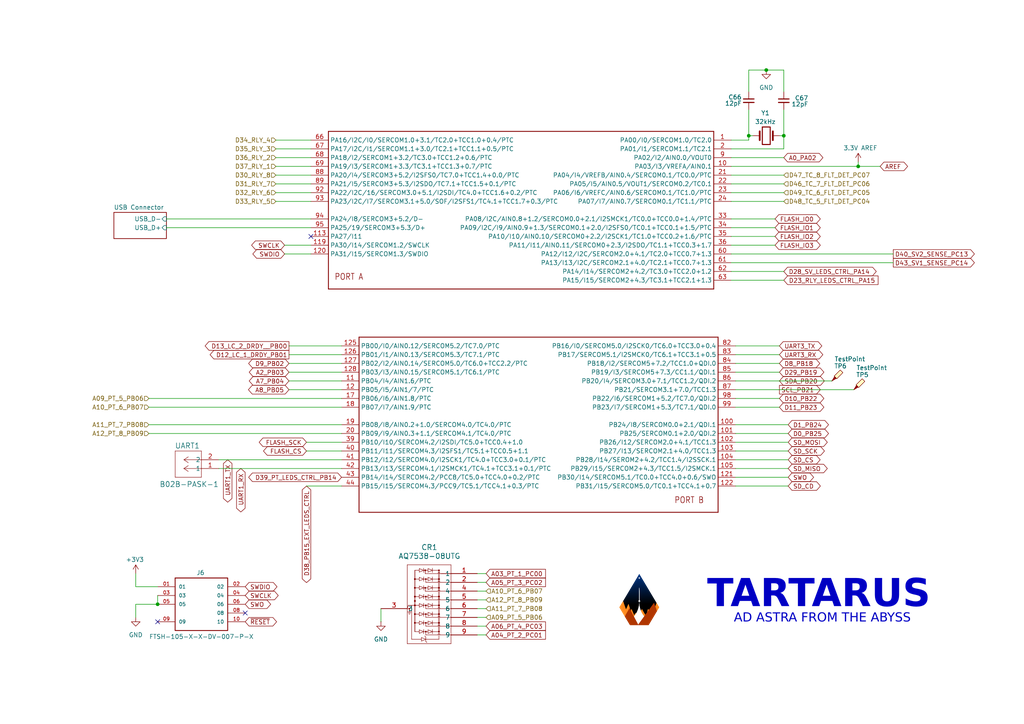
<source format=kicad_sch>
(kicad_sch (version 20250114) (generator "eeschema") (generator_version "9.0")
  (paper "A4")
  (lib_symbols
    (symbol "AQ7538_08UTG:AQ7538-08UTG" (pin_names (offset 0.254))
      (property "Reference" "CR" (at 12.7 17.78 0))
      (property "Value" "AQ7538-08UTG" (at 12.7 15.24 0))
      (symbol "AQ7538-08UTG_0_1"
        (pin unspecified line (at 0 0 0) (length 7.62) (name "3") (number "3"))
        (pin unspecified line (at 27.94 10.16 180) (length 7.62) (name "1") (number "1"))
        (pin unspecified line (at 27.94 7.62 180) (length 7.62) (name "2") (number "2"))
        (pin unspecified line (at 27.94 5.08 180) (length 7.62) (name "4") (number "4"))
        (pin unspecified line (at 27.94 2.54 180) (length 7.62) (name "5") (number "5"))
        (pin unspecified line (at 27.94 0 180) (length 7.62) (name "6") (number "6"))
        (pin unspecified line (at 27.94 -2.54 180) (length 7.62) (name "7") (number "7"))
        (pin unspecified line (at 27.94 -5.08 180) (length 7.62) (name "8") (number "8"))
        (pin unspecified line (at 27.94 -7.62 180) (length 7.62) (name "9") (number "9"))
      )
    )
    (symbol "Adafruit Grand Central M4 Express rev B-eagle-import:SAMD51PXXA"
      (symbol "SAMD51PXXA_1_0"
        (text "PORT A" (at 45.72 -20.32 0) (effects (font (size 1.778 1.5113)) (justify left bottom)))
        (pin bidirectional line (at -60.96 20.32 0) (length 5.08) (name "PA00/I0/SERCOM1.0/TC2.0") (number "1"))
        (pin bidirectional line (at -60.96 17.78 0) (length 5.08) (name "PA01/I1/SERCOM1.1/TC2.1") (number "2"))
        (pin bidirectional line (at -60.96 15.24 0) (length 5.08) (name "PA02/I2/AIN0.0/VOUT0") (number "9"))
        (pin bidirectional line (at -60.96 12.7 0) (length 5.08) (name "PA03/I3/VREFA/AIN0.1") (number "10"))
        (pin bidirectional line (at -60.96 10.16 0) (length 5.08) (name "PA04/I4/VREFB/AIN0.4/SERCOM0.1/TC0.0/PTC") (number "21"))
        (pin bidirectional line (at -60.96 7.62 0) (length 5.08) (name "PA05/I5/AIN0.5/VOUT1/SERCOM0.2/TC0.1") (number "22"))
        (pin bidirectional line (at -60.96 5.08 0) (length 5.08) (name "PA06/I6/VREFC/AIN0.6/SERCOM0.1/TC1.0/PTC") (number "23"))
        (pin bidirectional line (at -60.96 2.54 0) (length 5.08) (name "PA07/I7/AIN0.7/SERCOM0.1/TC1.1/PTC") (number "24"))
        (pin bidirectional line (at -60.96 -2.54 0) (length 5.08) (name "PA08/I2C/AIN0.8+1.2/SERCOM0.0+2.1/I2SMCK1/TC0.0+TCC0.0+1.4/PTC") (number "33"))
        (pin bidirectional line (at -60.96 -5.08 0) (length 5.08) (name "PA09/I2C/I9/AIN0.9+1.3/SERCOM0.1+2.0/I2SFS0/TC0.1+TCC0.1+1.5/PTC") (number "34"))
        (pin bidirectional line (at -60.96 -7.62 0) (length 5.08) (name "PA10/I10/AIN0.10/SERCOM0+2.2/I2SCK1/TC1.0+TCC0.2+1.6/PTC") (number "35"))
        (pin bidirectional line (at -60.96 -10.16 0) (length 5.08) (name "PA11/I11/AIN0.11/SERCOM0+2.3/I2SDO/TC1.1+TCC0.3+1.7") (number "36"))
        (pin bidirectional line (at -60.96 -12.7 0) (length 5.08) (name "PA12/I12/I2C/SERCOM2.0+4.1/TC2.0+TCC0.7+1.3") (number "60"))
        (pin bidirectional line (at -60.96 -15.24 0) (length 5.08) (name "PA13/I13/I2C/SERCOM2.1+4.0/TC2.1+TCC0.7+1.3") (number "61"))
        (pin bidirectional line (at -60.96 -17.78 0) (length 5.08) (name "PA14/I14/SERCOM2+4.2/TC3.0+TCC2.0+1.2") (number "62"))
        (pin bidirectional line (at -60.96 -20.32 0) (length 5.08) (name "PA15/I15/SERCOM2+4.3/TC3.1+TCC2.1+1.3") (number "63"))
        (pin bidirectional line (at 60.96 20.32 180) (length 5.08) (name "PA16/I2C/I0/SERCOM1.0+3.1/TC2.0+TCC1.0+0.4/PTC") (number "66"))
        (pin bidirectional line (at 60.96 17.78 180) (length 5.08) (name "PA17/I2C/I1/SERCOM1.1+3.0/TC2.1+TCC1.1+0.5/PTC") (number "67"))
        (pin bidirectional line (at 60.96 15.24 180) (length 5.08) (name "PA18/I2/SERCOM1+3.2/TC3.0+TCC1.2+0.6/PTC") (number "68"))
        (pin bidirectional line (at 60.96 12.7 180) (length 5.08) (name "PA19/I3/SERCOM1+3.3/TC3.1+TCC1.3+0.7/PTC") (number "69"))
        (pin bidirectional line (at 60.96 10.16 180) (length 5.08) (name "PA20/I4/SERCOM3+5.2/I2SFS0/TC7.0+TCC1.4+0.0/PTC") (number "88"))
        (pin bidirectional line (at 60.96 7.62 180) (length 5.08) (name "PA21/I5/SERCOM3+5.3/I2SDO/TC7.1+TCC1.5+0.1/PTC") (number "89"))
        (pin bidirectional line (at 60.96 5.08 180) (length 5.08) (name "PA22/I2C/16/SERCOM3.0+5.1/I2SDI/TC4.0+TCC1.6+0.2/PTC") (number "92"))
        (pin bidirectional line (at 60.96 2.54 180) (length 5.08) (name "PA23/I2C/I7/SERCOM3.1+5.0/SOF/I2SFS1/TC4.1+TCC1.7+0.3/PTC") (number "93"))
        (pin bidirectional line (at 60.96 -2.54 180) (length 5.08) (name "PA24/I8/SERCOM3+5.2/D-") (number "94"))
        (pin bidirectional line (at 60.96 -5.08 180) (length 5.08) (name "PA25/19/SERCOM3+5.3/D+") (number "95"))
        (pin bidirectional line (at 60.96 -7.62 180) (length 5.08) (name "PA27/I11") (number "113"))
        (pin bidirectional line (at 60.96 -10.16 180) (length 5.08) (name "PA30/I14/SERCOM1.2/SWCLK") (number "119"))
        (pin bidirectional line (at 60.96 -12.7 180) (length 5.08) (name "PA31/I15/SERCOM1.3/SWDIO") (number "120"))
      )
      (symbol "SAMD51PXXA_2_0"
        (text "PORT B" (at 38.1 -25.4 0) (effects (font (size 1.778 1.5113)) (justify left bottom)))
        (pin bidirectional line (at -58.42 20.32 0) (length 5.08) (name "PB00/I0/AIN0.12/SERCOM5.2/TC7.0/PTC") (number "125"))
        (pin bidirectional line (at -58.42 17.78 0) (length 5.08) (name "PB01/I1/AIN0.13/SERCOM5.3/TC7.1/PTC") (number "126"))
        (pin bidirectional line (at -58.42 15.24 0) (length 5.08) (name "PB02/I2/AIN0.14/SERCOM5.0/TC6.0+TCC2.2/PTC") (number "127"))
        (pin bidirectional line (at -58.42 12.7 0) (length 5.08) (name "PB03/I3/AIN0.15/SERCOM5.1/TC6.1/PTC") (number "128"))
        (pin bidirectional line (at -58.42 10.16 0) (length 5.08) (name "PB04/I4/AIN1.6/PTC") (number "11"))
        (pin bidirectional line (at -58.42 7.62 0) (length 5.08) (name "PB05/I5/AIN1/7/PTC") (number "12"))
        (pin bidirectional line (at -58.42 5.08 0) (length 5.08) (name "PB06/I6/AIN1.8/PTC") (number "17"))
        (pin bidirectional line (at -58.42 2.54 0) (length 5.08) (name "PB07/I7/AIN1.9/PTC") (number "18"))
        (pin bidirectional line (at -58.42 -2.54 0) (length 5.08) (name "PB08/I8/AIN0.2+1.0/SERCOM4.0/TC4.0/PTC") (number "19"))
        (pin bidirectional line (at -58.42 -5.08 0) (length 5.08) (name "PB09/I9/AIN0.3+1.1/SERCOM4.1/TC4.0/PTC") (number "20"))
        (pin bidirectional line (at -58.42 -7.62 0) (length 5.08) (name "PB10/I10/SERCOM4.2/I2SDI/TC5.0+TCC0.4+1.0") (number "39"))
        (pin bidirectional line (at -58.42 -10.16 0) (length 5.08) (name "PB11/I11/SERCOM4.3/I2SFS1/TC5.1+TCC0.5+1.1") (number "40"))
        (pin bidirectional line (at -58.42 -12.7 0) (length 5.08) (name "PB12/I12/SERCOM4.0/I2SCK1/TC4.0+TCC3.0+0.1/PTC") (number "41"))
        (pin bidirectional line (at -58.42 -15.24 0) (length 5.08) (name "PB13/I13/SERCOM4.1/I2SMCK1/TC4.1+TCC3.1+0.1/PTC") (number "42"))
        (pin bidirectional line (at -58.42 -17.78 0) (length 5.08) (name "PB14/I14/SERCOM4.2/PCC8/TC5.0+TCC4.0+0.2/PTC") (number "43"))
        (pin bidirectional line (at -58.42 -20.32 0) (length 5.08) (name "PB15/I15/SERCOM4.3/PCC9/TC5.1/TCC4.1+0.3/PTC") (number "44"))
        (pin bidirectional line (at 55.88 20.32 180) (length 5.08) (name "PB16/I0/SERCOM5.0/I2SCK0/TC6.0+TCC3.0+0.4") (number "82"))
        (pin bidirectional line (at 55.88 17.78 180) (length 5.08) (name "PB17/SERCOM5.1/I2SMCK0/TC6.1+TCC3.1+0.5") (number "83"))
        (pin bidirectional line (at 55.88 15.24 180) (length 5.08) (name "PB18/I2/SERCOM5+7.2/TCC1.0+QDI.0") (number "84"))
        (pin bidirectional line (at 55.88 12.7 180) (length 5.08) (name "PB19/I3/SERCOM5+7.3/CC1.1/QDI.1") (number "85"))
        (pin bidirectional line (at 55.88 10.16 180) (length 5.08) (name "PB20/I4/SERCOM3.0+7.1/TCC1.2/QDI.2") (number "86"))
        (pin bidirectional line (at 55.88 7.62 180) (length 5.08) (name "PB21/SERCOM3.1+7.0/TCC1.3") (number "87"))
        (pin bidirectional line (at 55.88 5.08 180) (length 5.08) (name "PB22/I6/SERCOM1+5.2/TC7.0/QDI.2") (number "98"))
        (pin bidirectional line (at 55.88 2.54 180) (length 5.08) (name "PB23/I7/SERCOM1+5.3/TC7.1/QDI.0") (number "99"))
        (pin bidirectional line (at 55.88 -2.54 180) (length 5.08) (name "PB24/I8/SERCOM0.0+2.1/QDI.1") (number "100"))
        (pin bidirectional line (at 55.88 -5.08 180) (length 5.08) (name "PB25/SERCOM0.1+2.0/QDI.2") (number "101"))
        (pin bidirectional line (at 55.88 -7.62 180) (length 5.08) (name "PB26/I12/SERCOM2.0+4.1/TCC1.3") (number "102"))
        (pin bidirectional line (at 55.88 -10.16 180) (length 5.08) (name "PB27/I13/SERCOM2.1+4.0/TCC1.3") (number "103"))
        (pin bidirectional line (at 55.88 -12.7 180) (length 5.08) (name "PB28/I14/SEROM2+4.2/TCC1.4/I2SSCK.1") (number "104"))
        (pin bidirectional line (at 55.88 -15.24 180) (length 5.08) (name "PB29/I15/SERCOM2+4.3/TCC1.5/I2SMCK.1") (number "105"))
        (pin bidirectional line (at 55.88 -17.78 180) (length 5.08) (name "PB30/I14/SERCOM5.1/TC0.0+TCC4.0+0.6/SWO") (number "121"))
        (pin bidirectional line (at 55.88 -20.32 180) (length 5.08) (name "PB31/I15/SERCOM5.0/TC0.1+TCC4.1+0.7") (number "122"))
      )
      (symbol "SAMD51PXXA_3_0"
        (text "PORT C" (at 33.02 -27.94 0) (effects (font (size 1.778 1.5113)) (justify left bottom)))
        (pin bidirectional line (at -55.88 15.24 0) (length 5.08) (name "PC00/I1/ADC1.10") (number "3"))
        (pin bidirectional line (at -55.88 12.7 0) (length 5.08) (name "PC01/I1/ADC1.11") (number "4"))
        (pin bidirectional line (at -55.88 10.16 0) (length 5.08) (name "PC02/I2/ADC1.4") (number "7"))
        (pin bidirectional line (at -55.88 7.62 0) (length 5.08) (name "PC03/I3/ADC1.5") (number "8"))
        (pin bidirectional line (at -55.88 5.08 0) (length 5.08) (name "PC04/I4/SERCOM6.0/TCC0.0") (number "27"))
        (pin bidirectional line (at -55.88 2.54 0) (length 5.08) (name "PC05/I5/SERCOM6.0/TCC0.0") (number "28"))
        (pin bidirectional line (at -55.88 0 0) (length 5.08) (name "PC06/I6/SERCOM6.2/SDHC0.SDCD") (number "29"))
        (pin bidirectional line (at -55.88 -2.54 0) (length 5.08) (name "PC07/I9/SERCOM6.3/SDHC0.SDWP") (number "30"))
        (pin bidirectional line (at -55.88 -10.16 0) (length 5.08) (name "PC10/I10/SERCOM6.2+7.2/TCC0.0+1.4") (number "52"))
        (pin bidirectional line (at -55.88 -12.7 0) (length 5.08) (name "PC11/I11/SERCOM6+7.3/TCC0.1+1.5") (number "55"))
        (pin bidirectional line (at -55.88 -15.24 0) (length 5.08) (name "PC12/I12/SERCOM7.0+6.1/TCC0.2+1.6") (number "56"))
        (pin bidirectional line (at -55.88 -17.78 0) (length 5.08) (name "PC13/I13/SERCOM7.1+6.0/TCC0.3+1.7") (number "57"))
        (pin bidirectional line (at -55.88 -20.32 0) (length 5.08) (name "PC14/I14/SERCOM7+6.2/TCC0.4+1.0") (number "58"))
        (pin bidirectional line (at -55.88 -22.86 0) (length 5.08) (name "PC15/I15/SERCOM7+6.3/TCC0.5+1.1") (number "59"))
        (pin bidirectional line (at 50.8 15.24 180) (length 5.08) (name "PC16/I0/SERCOM6.0+0.1/TCC0/QDI.0") (number "70"))
        (pin bidirectional line (at 50.8 12.7 180) (length 5.08) (name "PC17/I1/SERCOM6.1+0.0/TCC0.1/QDI.1") (number "71"))
        (pin bidirectional line (at 50.8 10.16 180) (length 5.08) (name "PC18/I2/SERCOM6.2+0.2/TCC0.2/QDI.2") (number "72"))
        (pin bidirectional line (at 50.8 7.62 180) (length 5.08) (name "PC19/I3/SERCOM6+0.3/TCC0.3") (number "73"))
        (pin bidirectional line (at 50.8 5.08 180) (length 5.08) (name "PC20/I4/TCC0.4/SDHC1.SDCD") (number "74"))
        (pin bidirectional line (at 50.8 2.54 180) (length 5.08) (name "PC21/I5/TCC0.5/SDHC1.SDWP") (number "75"))
        (pin bidirectional line (at 50.8 0 180) (length 5.08) (name "PC22/I6/SERCOM1.0+3.1/TCC0.6") (number "76"))
        (pin bidirectional line (at 50.8 -2.54 180) (length 5.08) (name "PC23/I7/SERCOM1.1+3.0/TCC0.7") (number "77"))
        (pin bidirectional line (at 50.8 -7.62 180) (length 5.08) (name "PC24/I8/SERCOM0+2.2/TRACEDATA.3") (number "108"))
        (pin bidirectional line (at 50.8 -10.16 180) (length 5.08) (name "PC25/I9/SERCOM0+2.3/TRACEDATA.2") (number "109"))
        (pin bidirectional line (at 50.8 -12.7 180) (length 5.08) (name "PC26/I10/TRACEDATA.1") (number "110"))
        (pin bidirectional line (at 50.8 -15.24 180) (length 5.08) (name "PC27/I11/SERCOM1.0/TRACECLK") (number "111"))
        (pin bidirectional line (at 50.8 -17.78 180) (length 5.08) (name "PC28/I12/SERCOM1.1/TRACEDATA.0") (number "112"))
        (pin bidirectional line (at 50.8 -20.32 180) (length 5.08) (name "PC30/I14/AIN1.12") (number "123"))
        (pin bidirectional line (at 50.8 -22.86 180) (length 5.08) (name "PC31/I15/AIN1.13") (number "124"))
      )
      (symbol "SAMD51PXXA_4_0"
        (text "PORT D" (at 35.56 -7.62 0) (effects (font (size 1.778 1.5113)) (justify left bottom)))
        (pin bidirectional line (at -53.34 12.7 0) (length 5.08) (name "PD00/I0/AIN1.14") (number "13"))
        (pin bidirectional line (at -53.34 10.16 0) (length 5.08) (name "PD01/I1/AIN1.14") (number "16"))
        (pin bidirectional line (at -53.34 5.08 0) (length 5.08) (name "PD08/I3/SERCOM7.0+6.1/TCC0.1") (number "47"))
        (pin bidirectional line (at -53.34 2.54 0) (length 5.08) (name "PD09/I4/SERCOM7.1+6.0/TCC0.2") (number "48"))
        (pin bidirectional line (at -53.34 0 0) (length 5.08) (name "PD10/I5/SERCOM7+6.2/TCC0.3") (number "49"))
        (pin bidirectional line (at -53.34 -2.54 0) (length 5.08) (name "PD11/I6/SERCOM7+6.3/TCC0.4") (number "50"))
        (pin bidirectional line (at -53.34 -5.08 0) (length 5.08) (name "PD12/I7/TCC0.5") (number "51"))
        (pin bidirectional line (at 53.34 12.7 180) (length 5.08) (name "PD20/I10/SERCOM1+3.2/TCC1.0/SDHC1.SDCD") (number "80"))
        (pin bidirectional line (at 53.34 10.16 180) (length 5.08) (name "PD21/I11/SERCOM1+3.3/TCC1.1/SDHC1.SDWP") (number "81"))
      )
      (symbol "SAMD51PXXA_5_0"
        (text "POWER" (at 2.54 -33.02 0) (effects (font (size 1.778 1.5113)) (justify left bottom)))
        (pin bidirectional line (at -20.32 22.86 0) (length 5.08) (name "~{RESET}") (number "114"))
        (pin bidirectional line (at -20.32 17.78 0) (length 5.08) (name "VDDANA") (number "6"))
        (pin bidirectional line (at -20.32 15.24 0) (length 5.08) (name "VDDANA1") (number "15"))
        (pin bidirectional line (at -20.32 12.7 0) (length 5.08) (name "VDDANA2") (number "26"))
        (pin bidirectional line (at -20.32 5.08 0) (length 5.08) (name "VDDCORE") (number "115"))
        (pin bidirectional line (at -20.32 -2.54 0) (length 5.08) (name "VSW") (number "117"))
        (pin bidirectional line (at -20.32 -7.62 0) (length 5.08) (name "VDDIOB") (number "32"))
        (pin bidirectional line (at -20.32 -10.16 0) (length 5.08) (name "VDDIOB1") (number "37"))
        (pin bidirectional line (at -20.32 -15.24 0) (length 5.08) (name "VDDIO") (number "46"))
        (pin bidirectional line (at -20.32 -17.78 0) (length 5.08) (name "VDDIO1") (number "54"))
        (pin bidirectional line (at -20.32 -20.32 0) (length 5.08) (name "VDDIO2") (number "65"))
        (pin bidirectional line (at -20.32 -22.86 0) (length 5.08) (name "VDDIO3") (number "79"))
        (pin bidirectional line (at -20.32 -25.4 0) (length 5.08) (name "VDDIO4") (number "91"))
        (pin bidirectional line (at -20.32 -27.94 0) (length 5.08) (name "VDDIO5") (number "97"))
        (pin bidirectional line (at -20.32 -30.48 0) (length 5.08) (name "VDDIO6") (number "107"))
        (pin bidirectional line (at -20.32 -33.02 0) (length 5.08) (name "VDDIO7") (number "118"))
        (pin bidirectional line (at 20.32 22.86 180) (length 5.08) (name "GNDIO") (number "116"))
        (pin bidirectional line (at 20.32 17.78 180) (length 5.08) (name "GNDANA") (number "14"))
        (pin bidirectional line (at 20.32 15.24 180) (length 5.08) (name "GNDANA1") (number "25"))
        (pin bidirectional line (at 20.32 7.62 180) (length 5.08) (name "GND") (number "5"))
        (pin bidirectional line (at 20.32 5.08 180) (length 5.08) (name "GND1") (number "31"))
        (pin bidirectional line (at 20.32 2.54 180) (length 5.08) (name "GND2") (number "38"))
        (pin bidirectional line (at 20.32 0 180) (length 5.08) (name "GND3") (number "45"))
        (pin bidirectional line (at 20.32 -2.54 180) (length 5.08) (name "GND4") (number "53"))
        (pin bidirectional line (at 20.32 -5.08 180) (length 5.08) (name "GND5") (number "64"))
        (pin bidirectional line (at 20.32 -7.62 180) (length 5.08) (name "GND6") (number "78"))
        (pin bidirectional line (at 20.32 -10.16 180) (length 5.08) (name "GND7") (number "90"))
        (pin bidirectional line (at 20.32 -12.7 180) (length 5.08) (name "GND8") (number "96"))
        (pin bidirectional line (at 20.32 -15.24 180) (length 5.08) (name "GND9") (number "106"))
      )
    )
    (symbol "Connector:TestPoint_Probe" (pin_numbers (hide yes)) (pin_names (offset 0.762) (hide yes))
      (property "Reference" "TP" (at 1.651 5.842 0))
      (property "Value" "TestPoint_Probe" (at 1.651 4.064 0))
      (symbol "TestPoint_Probe_1_1"
        (pin passive line (at 0 0 90) (length 0) (name "1") (number "1"))
      )
    )
    (symbol "Cosmos Schematic Symbols_V2:B02B-PASK-1" (pin_names (offset 0.254))
      (property "Reference" "J" (at 8.636 3.556 0))
      (property "Value" "B02B-PASK-1" (at 9.144 -6.604 0))
      (symbol "B02B-PASK-1_1_1"
        (pin unspecified line (at 0 0 0) (length 5.08) (name "1") (number "1"))
        (pin unspecified line (at 0 -2.54 0) (length 5.08) (name "2") (number "2"))
      )
      (symbol "B02B-PASK-1_1_2"
        (pin unspecified line (at 0 0 0) (length 5.08) (name "1") (number "1"))
        (pin unspecified line (at 0 -2.54 0) (length 5.08) (name "2") (number "2"))
      )
    )
    (symbol "Device:C_Small" (pin_numbers (hide yes)) (pin_names (offset 0.254) (hide yes))
      (property "Reference" "C" (at 0.254 1.778 0))
      (property "Value" "C_Small" (at 0.254 -2.032 0))
      (symbol "C_Small_1_1"
        (pin passive line (at 0 2.54 270) (length 2.032) (name "~") (number "1"))
        (pin passive line (at 0 -2.54 90) (length 2.032) (name "~") (number "2"))
      )
    )
    (symbol "Device:Crystal" (pin_numbers (hide yes)) (pin_names (offset 1.016) (hide yes))
      (property "Reference" "Y" (at 0 3.81 0))
      (property "Value" "Crystal" (at 0 -3.81 0))
      (symbol "Crystal_1_1"
        (pin passive line (at -3.81 0 0) (length 1.27) (name "1") (number "1"))
        (pin passive line (at 3.81 0 180) (length 1.27) (name "2") (number "2"))
      )
    )
    (symbol "FTSH-105-X-X-DV-007-P-X:FTSH-105-X-X-DV-007-P-X" (pin_names (offset 1.016))
      (property "Reference" "J" (at -7.62 8.382 0))
      (property "Value" "FTSH-105-X-X-DV-007-P-X" (at -7.62 -10.16 0))
      (symbol "FTSH-105-X-X-DV-007-P-X_0_0"
        (pin passive line (at -12.7 5.08 0) (length 5.08) (name "01") (number "01"))
        (pin passive line (at -12.7 2.54 0) (length 5.08) (name "03") (number "03"))
        (pin passive line (at -12.7 0 0) (length 5.08) (name "05") (number "05"))
        (pin passive line (at -12.7 -5.08 0) (length 5.08) (name "09") (number "09"))
        (pin passive line (at 12.7 5.08 180) (length 5.08) (name "02") (number "02"))
        (pin passive line (at 12.7 2.54 180) (length 5.08) (name "04") (number "04"))
        (pin passive line (at 12.7 0 180) (length 5.08) (name "06") (number "06"))
        (pin passive line (at 12.7 -2.54 180) (length 5.08) (name "08") (number "08"))
        (pin passive line (at 12.7 -5.08 180) (length 5.08) (name "10") (number "10"))
      )
    )
    (symbol "power:+3.3V" (power) (pin_numbers (hide yes)) (pin_names (offset 0) (hide yes))
      (property "Value" "+3.3V" (at 0 3.556 0))
      (symbol "+3.3V_1_1"
        (pin power_in line (at 0 0 90) (length 0) (name "~") (number "1"))
      )
    )
    (symbol "power:+3V3" (power) (pin_numbers (hide yes)) (pin_names (offset 0) (hide yes))
      (property "Value" "+3V3" (at 0 3.556 0))
      (symbol "+3V3_1_1"
        (pin power_in line (at 0 0 90) (length 0) (name "~") (number "1"))
      )
    )
    (symbol "power:GND" (power) (pin_numbers (hide yes)) (pin_names (offset 0) (hide yes))
      (property "Value" "GND" (at 0 -3.81 0))
      (symbol "GND_1_1"
        (pin power_in line (at 0 0 270) (length 0) (name "~") (number "1"))
      )
    )
  )
  (text "TARTARUS" (at 237.49 174.752 0) (effects (font (size 8 8) (thickness 1.6) (bold yes))))
  (text "I2C sercom3\nI2C_1 sercom6\nSPI sercom7 DOPO=0x00\nUART1 sercom4\nUART2 sercom1\nUART3 sercom5\nRX/RX sercom0\nSD card sercom2" (at -29.464 103.378 0) (effects (font (size 1.778 1.5113)) (justify left bottom)))
  (text "AD ASTRA FROM THE ABYSS" (at 238.506 180.086 0) (effects (font (size 2.6 2.6))))
  (junction (at 227.33 39.37))
  (junction (at 45.72 175.26))
  (junction (at 222.25 20.32))
  (junction (at 217.17 39.37))
  (junction (at 248.92 48.26))
  (no_connect (at 90.17 68.58))
  (no_connect (at 45.72 180.34))
  (no_connect (at 71.12 177.8))
  (wire (pts (xy 227.33 39.37) (xy 226.06 39.37)))
  (wire (pts (xy 99.06 130.81) (xy 88.9 130.81)) (stroke (width 0.1524)))
  (wire (pts (xy 227.33 58.42) (xy 212.09 58.42)) (stroke (width 0.1524)))
  (wire (pts (xy 212.09 63.5) (xy 224.79 63.5)) (stroke (width 0.1524)))
  (wire (pts (xy 63.5 135.89) (xy 69.85 135.89)))
  (wire (pts (xy 212.09 81.28) (xy 227.33 81.28)) (stroke (width 0.1524)))
  (wire (pts (xy 212.09 68.58) (xy 224.79 68.58)) (stroke (width 0.1524)))
  (wire (pts (xy 212.09 43.18) (xy 227.33 43.18)) (stroke (width 0.1524)))
  (wire (pts (xy 212.09 71.12) (xy 224.79 71.12)) (stroke (width 0.1524)))
  (wire (pts (xy 90.17 53.34) (xy 80.01 53.34)) (stroke (width 0.1524)))
  (wire (pts (xy 63.5 133.35) (xy 66.04 133.35)))
  (wire (pts (xy 90.17 40.64) (xy 80.01 40.64)) (stroke (width 0.1524)))
  (wire (pts (xy 213.36 110.49) (xy 226.06 110.49)) (stroke (width 0.1524)))
  (wire (pts (xy 45.72 172.72) (xy 45.72 175.26)))
  (wire (pts (xy 140.97 166.37) (xy 138.43 166.37)))
  (wire (pts (xy 39.37 175.26) (xy 39.37 179.07)))
  (wire (pts (xy 226.06 113.03) (xy 247.65 113.03)))
  (wire (pts (xy 227.33 39.37) (xy 227.33 43.18)) (stroke (width 0.1524)))
  (wire (pts (xy 83.82 107.95) (xy 99.06 107.95)) (stroke (width 0.1524)))
  (wire (pts (xy 213.36 125.73) (xy 228.6 125.73)) (stroke (width 0.1524)))
  (wire (pts (xy 43.18 118.11) (xy 99.06 118.11)) (stroke (width 0.1524)))
  (wire (pts (xy 99.06 133.35) (xy 66.04 133.35)) (stroke (width 0.1524)))
  (wire (pts (xy 212.09 55.88) (xy 227.33 55.88)) (stroke (width 0.1524)))
  (wire (pts (xy 212.09 73.66) (xy 259.08 73.66)) (stroke (width 0.1524)))
  (wire (pts (xy 110.49 176.53) (xy 110.49 180.34)))
  (wire (pts (xy 212.09 45.72) (xy 227.33 45.72)) (stroke (width 0.1524)))
  (wire (pts (xy 90.17 43.18) (xy 80.01 43.18)) (stroke (width 0.1524)))
  (wire (pts (xy 140.97 168.91) (xy 138.43 168.91)))
  (wire (pts (xy 48.26 66.04) (xy 90.17 66.04)) (stroke (width 0.1524)))
  (wire (pts (xy 212.09 78.74) (xy 227.33 78.74)) (stroke (width 0.1524)))
  (wire (pts (xy 90.17 48.26) (xy 80.01 48.26)) (stroke (width 0.1524)))
  (wire (pts (xy 218.44 39.37) (xy 217.17 39.37)))
  (wire (pts (xy 213.36 138.43) (xy 228.6 138.43)) (stroke (width 0.1524)))
  (wire (pts (xy 90.17 55.88) (xy 80.01 55.88)) (stroke (width 0.1524)))
  (wire (pts (xy 99.06 128.27) (xy 88.9 128.27)) (stroke (width 0.1524)))
  (wire (pts (xy 43.18 125.73) (xy 99.06 125.73)) (stroke (width 0.1524)))
  (wire (pts (xy 227.33 20.32) (xy 227.33 26.67)))
  (wire (pts (xy 212.09 50.8) (xy 227.33 50.8)) (stroke (width 0.1524)))
  (wire (pts (xy 99.06 135.89) (xy 69.85 135.89)) (stroke (width 0.1524)))
  (wire (pts (xy 213.36 123.19) (xy 228.6 123.19)) (stroke (width 0.1524)))
  (wire (pts (xy 213.36 133.35) (xy 228.6 133.35)) (stroke (width 0.1524)))
  (wire (pts (xy 43.18 115.57) (xy 99.06 115.57)) (stroke (width 0.1524)))
  (wire (pts (xy 83.82 110.49) (xy 99.06 110.49)) (stroke (width 0.1524)))
  (wire (pts (xy 39.37 166.37) (xy 39.37 170.18)))
  (wire (pts (xy 217.17 39.37) (xy 217.17 40.64)) (stroke (width 0.1524)))
  (wire (pts (xy 213.36 100.33) (xy 226.06 100.33)) (stroke (width 0.1524)))
  (wire (pts (xy 248.92 46.99) (xy 248.92 48.26)))
  (wire (pts (xy 227.33 20.32) (xy 222.25 20.32)))
  (wire (pts (xy 90.17 73.66) (xy 82.55 73.66)) (stroke (width 0.1524)))
  (wire (pts (xy 212.09 66.04) (xy 224.79 66.04)) (stroke (width 0.1524)))
  (wire (pts (xy 213.36 128.27) (xy 228.6 128.27)) (stroke (width 0.1524)))
  (wire (pts (xy 45.72 175.26) (xy 39.37 175.26)))
  (wire (pts (xy 212.09 40.64) (xy 217.17 40.64)) (stroke (width 0.1524)))
  (wire (pts (xy 212.09 53.34) (xy 227.33 53.34)) (stroke (width 0.1524)))
  (wire (pts (xy 48.26 63.5) (xy 90.17 63.5)) (stroke (width 0.1524)))
  (wire (pts (xy 39.37 170.18) (xy 45.72 170.18)))
  (wire (pts (xy 83.82 113.03) (xy 99.06 113.03)) (stroke (width 0.1524)))
  (wire (pts (xy 213.36 118.11) (xy 226.06 118.11)) (stroke (width 0.1524)))
  (wire (pts (xy 213.36 105.41) (xy 226.06 105.41)) (stroke (width 0.1524)))
  (wire (pts (xy 222.25 20.32) (xy 217.17 20.32)))
  (wire (pts (xy 140.97 176.53) (xy 138.43 176.53)))
  (wire (pts (xy 213.36 130.81) (xy 228.6 130.81)) (stroke (width 0.1524)))
  (wire (pts (xy 213.36 115.57) (xy 226.06 115.57)) (stroke (width 0.1524)))
  (wire (pts (xy 90.17 71.12) (xy 82.55 71.12)) (stroke (width 0.1524)))
  (wire (pts (xy 213.36 135.89) (xy 228.6 135.89)) (stroke (width 0.1524)))
  (wire (pts (xy 227.33 31.75) (xy 227.33 39.37)) (stroke (width 0.1524)))
  (wire (pts (xy 140.97 184.15) (xy 138.43 184.15)))
  (wire (pts (xy 213.36 113.03) (xy 226.06 113.03)) (stroke (width 0.1524)))
  (wire (pts (xy 90.17 50.8) (xy 80.01 50.8)) (stroke (width 0.1524)))
  (wire (pts (xy 83.82 100.33) (xy 99.06 100.33)))
  (wire (pts (xy 213.36 102.87) (xy 226.06 102.87)) (stroke (width 0.1524)))
  (wire (pts (xy 217.17 31.75) (xy 217.17 39.37)) (stroke (width 0.1524)))
  (wire (pts (xy 212.09 76.2) (xy 259.08 76.2)) (stroke (width 0.1524)))
  (wire (pts (xy 248.92 48.26) (xy 255.27 48.26)) (stroke (width 0.1524)))
  (wire (pts (xy 140.97 171.45) (xy 138.43 171.45)))
  (wire (pts (xy 213.36 140.97) (xy 228.6 140.97)) (stroke (width 0.1524)))
  (wire (pts (xy 140.97 181.61) (xy 138.43 181.61)))
  (wire (pts (xy 226.06 110.49) (xy 241.3 110.49)))
  (wire (pts (xy 99.06 105.41) (xy 83.82 105.41)) (stroke (width 0.1524)))
  (wire (pts (xy 217.17 20.32) (xy 217.17 26.67)))
  (wire (pts (xy 90.17 45.72) (xy 80.01 45.72)) (stroke (width 0.1524)))
  (wire (pts (xy 99.06 140.97) (xy 88.9 140.97)) (stroke (width 0.1524)))
  (wire (pts (xy 140.97 173.99) (xy 138.43 173.99)))
  (wire (pts (xy 213.36 107.95) (xy 226.06 107.95)) (stroke (width 0.1524)))
  (wire (pts (xy 90.17 58.42) (xy 80.01 58.42)) (stroke (width 0.1524)))
  (wire (pts (xy 140.97 179.07) (xy 138.43 179.07)))
  (wire (pts (xy 43.18 123.19) (xy 99.06 123.19)) (stroke (width 0.1524)))
  (wire (pts (xy 83.82 102.87) (xy 99.06 102.87)) (stroke (width 0.1524)))
  (wire (pts (xy 212.09 48.26) (xy 248.92 48.26)) (stroke (width 0.1524)))
  (image (at 185.42 175.26) (scale 0.0421478))
  (global_label "A2_PB03" (shape bidirectional) (at 83.82 107.95 180) (effects (font (size 1.2446 1.2446))) (property "Intersheetrefs" "${INTERSHEET_REFS}" (effects (hide yes))))
  (global_label "SD_SCK" (shape bidirectional) (at 228.6 130.81 0) (effects (font (size 1.2446 1.2446))) (property "Intersheetrefs" "${INTERSHEET_REFS}" (effects (hide yes))))
  (global_label "SD_CD" (shape bidirectional) (at 228.6 140.97 0) (effects (font (size 1.2446 1.2446))) (property "Intersheetrefs" "${INTERSHEET_REFS}" (effects (hide yes))))
  (global_label "UART3_RX" (shape bidirectional) (at 226.06 102.87 0) (effects (font (size 1.2446 1.2446))) (property "Intersheetrefs" "${INTERSHEET_REFS}" (effects (hide yes))))
  (global_label "SCL_PB21" (shape output) (at 226.06 113.03 0) (property "Intersheetrefs" "${INTERSHEET_REFS}" (effects (hide yes))))
  (global_label "A04_PT_2_PC01" (shape input) (at 140.97 184.15 0) (property "Intersheetrefs" "${INTERSHEET_REFS}" (effects (hide yes))))
  (global_label "~{RESET}" (shape bidirectional) (at 71.12 180.34 0) (effects (font (size 1.2446 1.2446))) (property "Intersheetrefs" "${INTERSHEET_REFS}" (effects (hide yes))))
  (global_label "SDA_PB20" (shape bidirectional) (at 226.06 110.49 0) (property "Intersheetrefs" "${INTERSHEET_REFS}" (effects (hide yes))))
  (global_label "D43_SV1_SENSE_PC14" (shape output) (at 259.08 76.2 0) (property "Intersheetrefs" "${INTERSHEET_REFS}" (effects (hide yes))))
  (global_label "D13_LC_2_DRDY__PB00" (shape output) (at 83.82 100.33 180) (property "Intersheetrefs" "${INTERSHEET_REFS}" (effects (hide yes))))
  (global_label "SD_MISO" (shape bidirectional) (at 228.6 135.89 0) (effects (font (size 1.2446 1.2446))) (property "Intersheetrefs" "${INTERSHEET_REFS}" (effects (hide yes))))
  (global_label "FLASH_CS" (shape bidirectional) (at 88.9 130.81 180) (effects (font (size 1.2446 1.2446))) (property "Intersheetrefs" "${INTERSHEET_REFS}" (effects (hide yes))))
  (global_label "UART1_TX" (shape bidirectional) (at 66.04 133.35 270) (effects (font (size 1.2446 1.2446))) (property "Intersheetrefs" "${INTERSHEET_REFS}" (effects (hide yes))))
  (global_label "SWCLK" (shape bidirectional) (at 71.12 172.72 0) (effects (font (size 1.2446 1.2446))) (property "Intersheetrefs" "${INTERSHEET_REFS}" (effects (hide yes))))
  (global_label "D28_SV_LEDS_CTRL_PA14" (shape bidirectional) (at 227.33 78.74 0) (effects (font (size 1.2446 1.2446))) (property "Intersheetrefs" "${INTERSHEET_REFS}" (effects (hide yes))))
  (global_label "FLASH_IO3" (shape bidirectional) (at 224.79 71.12 0) (effects (font (size 1.2446 1.2446))) (property "Intersheetrefs" "${INTERSHEET_REFS}" (effects (hide yes))))
  (global_label "D10_PB22" (shape bidirectional) (at 226.06 115.57 0) (effects (font (size 1.2446 1.2446))) (property "Intersheetrefs" "${INTERSHEET_REFS}" (effects (hide yes))))
  (global_label "UART1_RX" (shape bidirectional) (at 69.85 135.89 270) (effects (font (size 1.2446 1.2446))) (property "Intersheetrefs" "${INTERSHEET_REFS}" (effects (hide yes))))
  (global_label "FLASH_SCK" (shape bidirectional) (at 88.9 128.27 180) (effects (font (size 1.2446 1.2446))) (property "Intersheetrefs" "${INTERSHEET_REFS}" (effects (hide yes))))
  (global_label "D0_PB25" (shape bidirectional) (at 228.6 125.73 0) (effects (font (size 1.2446 1.2446))) (property "Intersheetrefs" "${INTERSHEET_REFS}" (effects (hide yes))))
  (global_label "D39_PT_LEDS_CTRL_PB14" (shape bidirectional) (at 99.06 138.43 180) (effects (font (size 1.2446 1.2446))) (property "Intersheetrefs" "${INTERSHEET_REFS}" (effects (hide yes))))
  (global_label "SD_CS" (shape bidirectional) (at 228.6 133.35 0) (effects (font (size 1.2446 1.2446))) (property "Intersheetrefs" "${INTERSHEET_REFS}" (effects (hide yes))))
  (global_label "SWO" (shape bidirectional) (at 71.12 175.26 0) (effects (font (size 1.2446 1.2446))) (property "Intersheetrefs" "${INTERSHEET_REFS}" (effects (hide yes))))
  (global_label "A8_PB05" (shape bidirectional) (at 83.82 113.03 180) (property "Intersheetrefs" "${INTERSHEET_REFS}" (effects (hide yes))))
  (global_label "A06_PT_4_PC03" (shape input) (at 140.97 181.61 0) (property "Intersheetrefs" "${INTERSHEET_REFS}" (effects (hide yes))))
  (global_label "D8_PB18" (shape bidirectional) (at 226.06 105.41 0) (effects (font (size 1.2446 1.2446))) (property "Intersheetrefs" "${INTERSHEET_REFS}" (effects (hide yes))))
  (global_label "SWO" (shape bidirectional) (at 228.6 138.43 0) (effects (font (size 1.2446 1.2446))) (property "Intersheetrefs" "${INTERSHEET_REFS}" (effects (hide yes))))
  (global_label "D38_PB15_EXT_LEDS_CTRL" (shape bidirectional) (at 88.9 140.97 270) (effects (font (size 1.2446 1.2446))) (property "Intersheetrefs" "${INTERSHEET_REFS}" (effects (hide yes))))
  (global_label "D9_PB02" (shape bidirectional) (at 83.82 105.41 180) (effects (font (size 1.2446 1.2446))) (property "Intersheetrefs" "${INTERSHEET_REFS}" (effects (hide yes))))
  (global_label "UART3_TX" (shape bidirectional) (at 226.06 100.33 0) (effects (font (size 1.2446 1.2446))) (property "Intersheetrefs" "${INTERSHEET_REFS}" (effects (hide yes))))
  (global_label "A0_PA02" (shape bidirectional) (at 227.33 45.72 0) (effects (font (size 1.2446 1.2446))) (property "Intersheetrefs" "${INTERSHEET_REFS}" (effects (hide yes))))
  (global_label "D11_PB23" (shape bidirectional) (at 226.06 118.11 0) (effects (font (size 1.2446 1.2446))) (property "Intersheetrefs" "${INTERSHEET_REFS}" (effects (hide yes))))
  (global_label "D29_PB19" (shape bidirectional) (at 226.06 107.95 0) (effects (font (size 1.2446 1.2446))) (property "Intersheetrefs" "${INTERSHEET_REFS}" (effects (hide yes))))
  (global_label "A03_PT_1_PC00" (shape input) (at 140.97 166.37 0) (property "Intersheetrefs" "${INTERSHEET_REFS}" (effects (hide yes))))
  (global_label "SWDIO" (shape bidirectional) (at 82.55 73.66 180) (effects (font (size 1.2446 1.2446))) (property "Intersheetrefs" "${INTERSHEET_REFS}" (effects (hide yes))))
  (global_label "AREF" (shape bidirectional) (at 255.27 48.26 0) (effects (font (size 1.2446 1.2446))) (property "Intersheetrefs" "${INTERSHEET_REFS}" (effects (hide yes))))
  (global_label "D40_SV2_SENSE_PC13" (shape output) (at 259.08 73.66 0) (property "Intersheetrefs" "${INTERSHEET_REFS}" (effects (hide yes))))
  (global_label "A05_PT_3_PC02" (shape input) (at 140.97 168.91 0) (property "Intersheetrefs" "${INTERSHEET_REFS}" (effects (hide yes))))
  (global_label "SWCLK" (shape bidirectional) (at 82.55 71.12 180) (effects (font (size 1.2446 1.2446))) (property "Intersheetrefs" "${INTERSHEET_REFS}" (effects (hide yes))))
  (global_label "FLASH_IO1" (shape bidirectional) (at 224.79 66.04 0) (effects (font (size 1.2446 1.2446))) (property "Intersheetrefs" "${INTERSHEET_REFS}" (effects (hide yes))))
  (global_label "D12_LC_1_DRDY_PB01" (shape output) (at 83.82 102.87 180) (effects (font (size 1.2446 1.2446))) (property "Intersheetrefs" "${INTERSHEET_REFS}" (effects (hide yes))))
  (global_label "A7_PB04" (shape bidirectional) (at 83.82 110.49 180) (effects (font (size 1.2446 1.2446))) (property "Intersheetrefs" "${INTERSHEET_REFS}" (effects (hide yes))))
  (global_label "D23_RLY_LEDS_CTRL_PA15" (shape input) (at 227.33 81.28 0) (property "Intersheetrefs" "${INTERSHEET_REFS}" (effects (hide yes))))
  (global_label "SWDIO" (shape bidirectional) (at 71.12 170.18 0) (effects (font (size 1.2446 1.2446))) (property "Intersheetrefs" "${INTERSHEET_REFS}" (effects (hide yes))))
  (global_label "D1_PB24" (shape bidirectional) (at 228.6 123.19 0) (effects (font (size 1.2446 1.2446))) (property "Intersheetrefs" "${INTERSHEET_REFS}" (effects (hide yes))))
  (global_label "FLASH_IO0" (shape bidirectional) (at 224.79 63.5 0) (effects (font (size 1.2446 1.2446))) (property "Intersheetrefs" "${INTERSHEET_REFS}" (effects (hide yes))))
  (global_label "FLASH_IO2" (shape bidirectional) (at 224.79 68.58 0) (effects (font (size 1.2446 1.2446))) (property "Intersheetrefs" "${INTERSHEET_REFS}" (effects (hide yes))))
  (global_label "SD_MOSI" (shape bidirectional) (at 228.6 128.27 0) (effects (font (size 1.2446 1.2446))) (property "Intersheetrefs" "${INTERSHEET_REFS}" (effects (hide yes))))
  (hierarchical_label "D49_TC_6_FLT_DET_PC05" (shape input) (at 227.33 55.88 0))
  (hierarchical_label "D34_RLY_4" (shape input) (at 80.01 40.64 180))
  (hierarchical_label "D33_RLY_5" (shape input) (at 80.01 58.42 180))
  (hierarchical_label "D36_RLY_2" (shape input) (at 80.01 45.72 180))
  (hierarchical_label "A09_PT_5_PB06" (shape input) (at 140.97 179.07 0))
  (hierarchical_label "A10_PT_6_PB07" (shape input) (at 43.18 118.11 180))
  (hierarchical_label "A11_PT_7_PB08" (shape input) (at 43.18 123.19 180))
  (hierarchical_label "D46_TC_7_FLT_DET_PC06" (shape input) (at 227.33 53.34 0))
  (hierarchical_label "D30_RLY_8" (shape input) (at 80.01 50.8 180))
  (hierarchical_label "A12_PT_8_PB09" (shape input) (at 140.97 173.99 0))
  (hierarchical_label "D32_RLY_6" (shape input) (at 80.01 55.88 180))
  (hierarchical_label "A10_PT_6_PB07" (shape input) (at 140.97 171.45 0))
  (hierarchical_label "A12_PT_8_PB09" (shape input) (at 43.18 125.73 180))
  (hierarchical_label "D31_RLY_7" (shape input) (at 80.01 53.34 180))
  (hierarchical_label "A09_PT_5_PB06" (shape input) (at 43.18 115.57 180))
  (hierarchical_label "A11_PT_7_PB08" (shape input) (at 140.97 176.53 0))
  (hierarchical_label "D35_RLY_3" (shape input) (at 80.01 43.18 180))
  (hierarchical_label "D47_TC_8_FLT_DET_PC07" (shape input) (at 227.33 50.8 0))
  (hierarchical_label "D37_RLY_1" (shape input) (at 80.01 48.26 180))
  (hierarchical_label "D48_TC_5_FLT_DET_PC04" (shape input) (at 227.33 58.42 0))
  (symbol (lib_id "Connector:TestPoint_Probe") (at 247.65 113.03 0) (unit 1)
    (property "Reference" "TP5" (at 251.968 108.712 0) (effects (justify right)))
    (property "Value" "TestPoint" (at 257.302 106.68 0) (effects (justify right)))
    (property "Footprint" "TestPoint:TestPoint_Pad_D1.0mm" (effects (hide yes)))
    (property "Description" "test point (alternative probe-style design)" (effects (hide yes)))
  )
  (symbol (lib_id "Cosmos Schematic Symbols_V2:B02B-PASK-1") (at 63.5 135.89 180) (unit 1)
    (property "Reference" "UART1" (at 54.356 129.286 0) (effects (font (size 1.524 1.524))))
    (property "Value" "B02B-PASK-1" (at 54.864 140.462 0) (effects (font (size 1.524 1.524))))
    (property "Footprint" "Barrett_Footprints:CONN_B02B-PASK-1_JST" (effects (hide yes)))
    (property "Datasheet" "B02B-PASK-1" (effects (hide yes)))
  )
  (symbol (lib_id "power:+3V3") (at 39.37 166.37 0) (unit 1)
    (property "Reference" "#PWR0155" (effects (hide yes)))
    (property "Value" "+3V3" (at 39.116 162.306 0))
    (property "Description" "Power symbol creates a global label with name \"+3V3\"" (effects (hide yes)))
  )
  (symbol (lib_id "power:GND") (at 222.25 20.32 0) (mirror y) (unit 1)
    (property "Reference" "#PWR0158" (effects (hide yes)))
    (property "Value" "GND" (at 222.25 25.4 0))
    (property "Description" "Power symbol creates a global label with name \"GND\" , ground" (effects (hide yes)))
  )
  (symbol (lib_id "FTSH-105-X-X-DV-007-P-X:FTSH-105-X-X-DV-007-P-X") (at 58.42 175.26 0) (unit 1)
    (property "Reference" "J6" (at 58.166 166.116 0))
    (property "Value" "FTSH-105-X-X-DV-007-P-X" (at 58.42 184.658 0))
    (property "Footprint" "Barrett_Footprints:SAMTEC_FTSH-105-01-X-D-007-K" (effects (hide yes)))
    (property "PARTREV" "H" (effects (hide yes)))
    (property "STANDARD" "Manufacturer Recommendations" (effects (hide yes)))
    (property "MANUFACTURER" "Samtec" (effects (hide yes)))
  )
  (symbol (lib_id "Adafruit Grand Central M4 Express rev B-eagle-import:SAMD51PXXA") (at 151.13 60.96 0) (mirror y) (unit 1)
    (property "Reference" "U$1" (effects (hide yes)))
    (property "Value" "SAMD51PXXA" (effects (hide yes)))
    (property "Footprint" "Barrett_Footprints:SAMD51P20A-AF" (effects (hide yes)))
  )
  (symbol (lib_id "AQ7538_08UTG:AQ7538-08UTG") (at 110.49 176.53 0) (unit 1)
    (property "Reference" "CR1" (at 124.5394 158.75 0) (effects (font (size 1.524 1.524))))
    (property "Value" "AQ7538-08UTG" (at 124.5394 161.29 0) (effects (font (size 1.524 1.524))))
    (property "Footprint" "Barrett_Footprints:uDFN-9_3p8x1p0_LTF" (effects (hide yes)))
    (property "Datasheet" "AQ7538-08UTG" (effects (hide yes)))
  )
  (symbol (lib_id "Device:Crystal") (at 222.25 39.37 0) (mirror y) (unit 1)
    (property "Reference" "Y1" (at 221.996 32.766 0))
    (property "Value" "32kHz" (at 221.996 35.306 0))
    (property "Footprint" "Barrett_Footprints:WE-XTAL_IQXC-90" (effects (hide yes)))
    (property "Description" "Two pin crystal" (effects (hide yes)))
  )
  (symbol (lib_id "power:GND") (at 39.37 179.07 0) (unit 1)
    (property "Reference" "#PWR0156" (effects (hide yes)))
    (property "Value" "GND" (at 39.37 184.15 0))
    (property "Description" "Power symbol creates a global label with name \"GND\" , ground" (effects (hide yes)))
  )
  (symbol (lib_id "power:GND") (at 110.49 180.34 0) (unit 1)
    (property "Reference" "#PWR0157" (effects (hide yes)))
    (property "Value" "GND" (at 110.49 185.42 0))
    (property "Description" "Power symbol creates a global label with name \"GND\" , ground" (effects (hide yes)))
  )
  (symbol (lib_id "Adafruit Grand Central M4 Express rev B-eagle-import:SAMD51PXXA") (at 157.48 120.65 0) (unit 2)
    (property "Reference" "U$1" (effects (hide yes)))
    (property "Value" "SAMD51PXXA" (effects (hide yes)))
    (property "Footprint" "Barrett_Footprints:SAMD51P20A-AF" (effects (hide yes)))
  )
  (symbol (lib_id "power:+3.3V") (at 248.92 46.99 0) (unit 1)
    (property "Reference" "#PWR0159" (effects (hide yes)))
    (property "Value" "3.3V AREF" (at 244.602 42.926 0) (effects (justify left)))
    (property "Description" "Power symbol creates a global label with name \"+3.3V\"" (effects (hide yes)))
  )
  (symbol (lib_id "Device:C_Small") (at 227.33 29.21 0) (mirror y) (unit 1)
    (property "Reference" "C67" (at 234.442 28.448 0) (effects (justify left)))
    (property "Value" "12pF" (at 234.442 30.226 0) (effects (justify left)))
    (property "Footprint" "Capacitor_SMD:C_0603_1608Metric" (effects (hide yes)))
    (property "Description" "Unpolarized capacitor, small symbol" (effects (hide yes)))
  )
  (symbol (lib_id "Connector:TestPoint_Probe") (at 241.3 110.49 0) (unit 1)
    (property "Reference" "TP6" (at 245.618 106.172 0) (effects (justify right)))
    (property "Value" "TestPoint" (at 250.952 104.14 0) (effects (justify right)))
    (property "Footprint" "TestPoint:TestPoint_Pad_D1.0mm" (effects (hide yes)))
    (property "Description" "test point (alternative probe-style design)" (effects (hide yes)))
  )
  (symbol (lib_id "Device:C_Small") (at 217.17 29.21 0) (mirror y) (unit 1)
    (property "Reference" "C66" (at 215.138 28.194 0) (effects (justify left)))
    (property "Value" "12pF" (at 215.138 29.972 0) (effects (justify left)))
    (property "Footprint" "Capacitor_SMD:C_0603_1608Metric" (effects (hide yes)))
    (property "Description" "Unpolarized capacitor, small symbol" (effects (hide yes)))
  )
  (sheet (at 33.02 61.595) (size 15.24 7.62) (stroke (width 0.1524))
    (property "Sheetname" "USB Connector" (at 33.02 60.8834 0) (effects (justify left bottom)))
    (property "Sheetfile" "Liquid Rocketry_USB Connector.kicad_sch" (effects (hide yes)))
    (pin "USB_D+" input (at 48.26 66.04 0))
    (pin "USB_D-" input (at 48.26 63.5 0))
  )
)
</source>
